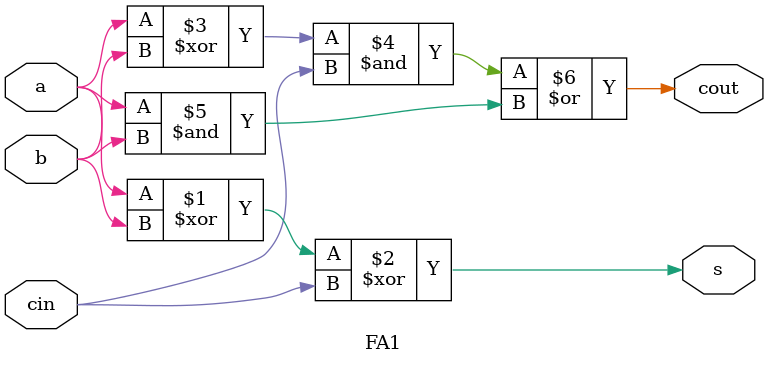
<source format=sv>
module FA1 (
	input logic a, b, cin,
	output logic s, cout
);

assign s = a ^ b ^ cin;
assign cout = ((a ^ b) & cin) | (a & b);

endmodule : FA1

</source>
